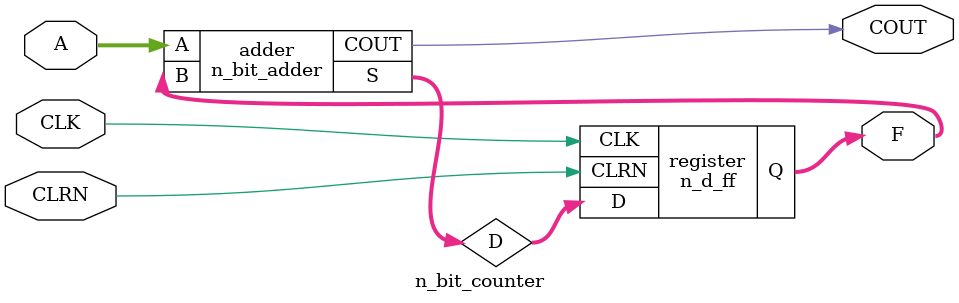
<source format=sv>
module n_bit_adder #(
	parameter WIDTH = 3
)(
	input wire [WIDTH - 1:0] A,
	input wire [WIDTH - 1:0] B,
	output wire [WIDTH - 1:0] S,
	output wire COUT
);
	
	wire [WIDTH:0] D = A + B;
	
	assign S = D[WIDTH - 1:0];
	assign COUT = D[WIDTH];

endmodule : n_bit_adder

module n_d_ff #(
	parameter WIDTH = 3
)(
	input logic CLK,
	input logic [WIDTH - 1:0] D,
	input logic CLRN, // async clear
	output logic [WIDTH - 1:0] Q
);

	// Store from D on clock, CLRN is async
	always @(posedge CLK or negedge CLRN) begin
		if(CLRN == 0)
			Q <= 0;
		else
			Q <= D;
	end

endmodule : n_d_ff

module n_bit_counter #(
	parameter WIDTH = 3
)(
	input logic [WIDTH - 1:0] A,
	input logic CLK,
	input logic CLRN,
	output logic [WIDTH - 1:0]F,
	output logic COUT
);

	logic [WIDTH - 1:0] D;
	
	n_bit_adder adder(A, F, D, COUT);
	
	n_d_ff register(CLK, D, CLRN, F);

endmodule : n_bit_counter
	

</source>
